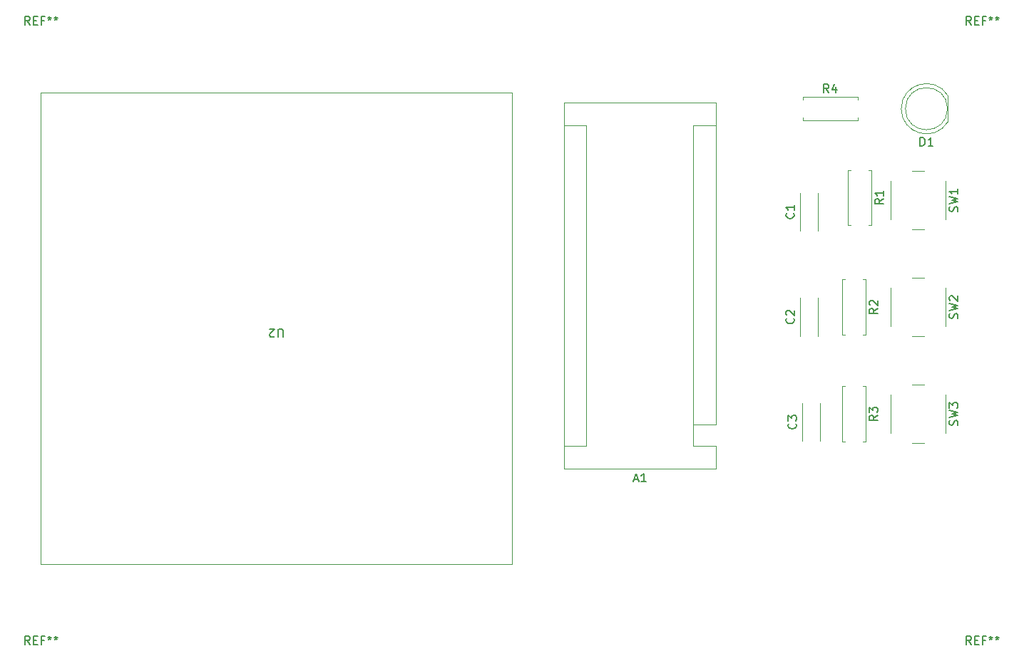
<source format=gto>
G04 #@! TF.GenerationSoftware,KiCad,Pcbnew,6.0.2+dfsg-1*
G04 #@! TF.CreationDate,2025-06-22T13:16:20+00:00*
G04 #@! TF.ProjectId,MyCircuits,4d794369-7263-4756-9974-732e6b696361,rev?*
G04 #@! TF.SameCoordinates,Original*
G04 #@! TF.FileFunction,Legend,Top*
G04 #@! TF.FilePolarity,Positive*
%FSLAX46Y46*%
G04 Gerber Fmt 4.6, Leading zero omitted, Abs format (unit mm)*
G04 Created by KiCad (PCBNEW 6.0.2+dfsg-1) date 2025-06-22 13:16:20*
%MOMM*%
%LPD*%
G01*
G04 APERTURE LIST*
%ADD10C,0.150000*%
%ADD11C,0.120000*%
%ADD12C,2.500000*%
%ADD13C,1.600000*%
%ADD14O,1.600000X1.600000*%
%ADD15C,2.000000*%
%ADD16R,1.524000X1.524000*%
%ADD17C,1.524000*%
%ADD18R,1.800000X1.800000*%
%ADD19C,1.800000*%
%ADD20R,1.600000X1.600000*%
G04 APERTURE END LIST*
D10*
X194246666Y-123952380D02*
X193913333Y-123476190D01*
X193675238Y-123952380D02*
X193675238Y-122952380D01*
X194056190Y-122952380D01*
X194151428Y-123000000D01*
X194199047Y-123047619D01*
X194246666Y-123142857D01*
X194246666Y-123285714D01*
X194199047Y-123380952D01*
X194151428Y-123428571D01*
X194056190Y-123476190D01*
X193675238Y-123476190D01*
X194675238Y-123428571D02*
X195008571Y-123428571D01*
X195151428Y-123952380D02*
X194675238Y-123952380D01*
X194675238Y-122952380D01*
X195151428Y-122952380D01*
X195913333Y-123428571D02*
X195580000Y-123428571D01*
X195580000Y-123952380D02*
X195580000Y-122952380D01*
X196056190Y-122952380D01*
X196580000Y-122952380D02*
X196580000Y-123190476D01*
X196341904Y-123095238D02*
X196580000Y-123190476D01*
X196818095Y-123095238D01*
X196437142Y-123380952D02*
X196580000Y-123190476D01*
X196722857Y-123380952D01*
X197341904Y-122952380D02*
X197341904Y-123190476D01*
X197103809Y-123095238D02*
X197341904Y-123190476D01*
X197580000Y-123095238D01*
X197199047Y-123380952D02*
X197341904Y-123190476D01*
X197484761Y-123380952D01*
X82486666Y-123952380D02*
X82153333Y-123476190D01*
X81915238Y-123952380D02*
X81915238Y-122952380D01*
X82296190Y-122952380D01*
X82391428Y-123000000D01*
X82439047Y-123047619D01*
X82486666Y-123142857D01*
X82486666Y-123285714D01*
X82439047Y-123380952D01*
X82391428Y-123428571D01*
X82296190Y-123476190D01*
X81915238Y-123476190D01*
X82915238Y-123428571D02*
X83248571Y-123428571D01*
X83391428Y-123952380D02*
X82915238Y-123952380D01*
X82915238Y-122952380D01*
X83391428Y-122952380D01*
X84153333Y-123428571D02*
X83820000Y-123428571D01*
X83820000Y-123952380D02*
X83820000Y-122952380D01*
X84296190Y-122952380D01*
X84820000Y-122952380D02*
X84820000Y-123190476D01*
X84581904Y-123095238D02*
X84820000Y-123190476D01*
X85058095Y-123095238D01*
X84677142Y-123380952D02*
X84820000Y-123190476D01*
X84962857Y-123380952D01*
X85581904Y-122952380D02*
X85581904Y-123190476D01*
X85343809Y-123095238D02*
X85581904Y-123190476D01*
X85820000Y-123095238D01*
X85439047Y-123380952D02*
X85581904Y-123190476D01*
X85724761Y-123380952D01*
X82486666Y-50292380D02*
X82153333Y-49816190D01*
X81915238Y-50292380D02*
X81915238Y-49292380D01*
X82296190Y-49292380D01*
X82391428Y-49340000D01*
X82439047Y-49387619D01*
X82486666Y-49482857D01*
X82486666Y-49625714D01*
X82439047Y-49720952D01*
X82391428Y-49768571D01*
X82296190Y-49816190D01*
X81915238Y-49816190D01*
X82915238Y-49768571D02*
X83248571Y-49768571D01*
X83391428Y-50292380D02*
X82915238Y-50292380D01*
X82915238Y-49292380D01*
X83391428Y-49292380D01*
X84153333Y-49768571D02*
X83820000Y-49768571D01*
X83820000Y-50292380D02*
X83820000Y-49292380D01*
X84296190Y-49292380D01*
X84820000Y-49292380D02*
X84820000Y-49530476D01*
X84581904Y-49435238D02*
X84820000Y-49530476D01*
X85058095Y-49435238D01*
X84677142Y-49720952D02*
X84820000Y-49530476D01*
X84962857Y-49720952D01*
X85581904Y-49292380D02*
X85581904Y-49530476D01*
X85343809Y-49435238D02*
X85581904Y-49530476D01*
X85820000Y-49435238D01*
X85439047Y-49720952D02*
X85581904Y-49530476D01*
X85724761Y-49720952D01*
X194246666Y-50292380D02*
X193913333Y-49816190D01*
X193675238Y-50292380D02*
X193675238Y-49292380D01*
X194056190Y-49292380D01*
X194151428Y-49340000D01*
X194199047Y-49387619D01*
X194246666Y-49482857D01*
X194246666Y-49625714D01*
X194199047Y-49720952D01*
X194151428Y-49768571D01*
X194056190Y-49816190D01*
X193675238Y-49816190D01*
X194675238Y-49768571D02*
X195008571Y-49768571D01*
X195151428Y-50292380D02*
X194675238Y-50292380D01*
X194675238Y-49292380D01*
X195151428Y-49292380D01*
X195913333Y-49768571D02*
X195580000Y-49768571D01*
X195580000Y-50292380D02*
X195580000Y-49292380D01*
X196056190Y-49292380D01*
X196580000Y-49292380D02*
X196580000Y-49530476D01*
X196341904Y-49435238D02*
X196580000Y-49530476D01*
X196818095Y-49435238D01*
X196437142Y-49720952D02*
X196580000Y-49530476D01*
X196722857Y-49720952D01*
X197341904Y-49292380D02*
X197341904Y-49530476D01*
X197103809Y-49435238D02*
X197341904Y-49530476D01*
X197580000Y-49435238D01*
X197199047Y-49720952D02*
X197341904Y-49530476D01*
X197484761Y-49720952D01*
X183822380Y-70976666D02*
X183346190Y-71310000D01*
X183822380Y-71548095D02*
X182822380Y-71548095D01*
X182822380Y-71167142D01*
X182870000Y-71071904D01*
X182917619Y-71024285D01*
X183012857Y-70976666D01*
X183155714Y-70976666D01*
X183250952Y-71024285D01*
X183298571Y-71071904D01*
X183346190Y-71167142D01*
X183346190Y-71548095D01*
X183822380Y-70024285D02*
X183822380Y-70595714D01*
X183822380Y-70310000D02*
X182822380Y-70310000D01*
X182965238Y-70405238D01*
X183060476Y-70500476D01*
X183108095Y-70595714D01*
X192614761Y-85153333D02*
X192662380Y-85010476D01*
X192662380Y-84772380D01*
X192614761Y-84677142D01*
X192567142Y-84629523D01*
X192471904Y-84581904D01*
X192376666Y-84581904D01*
X192281428Y-84629523D01*
X192233809Y-84677142D01*
X192186190Y-84772380D01*
X192138571Y-84962857D01*
X192090952Y-85058095D01*
X192043333Y-85105714D01*
X191948095Y-85153333D01*
X191852857Y-85153333D01*
X191757619Y-85105714D01*
X191710000Y-85058095D01*
X191662380Y-84962857D01*
X191662380Y-84724761D01*
X191710000Y-84581904D01*
X191662380Y-84248571D02*
X192662380Y-84010476D01*
X191948095Y-83820000D01*
X192662380Y-83629523D01*
X191662380Y-83391428D01*
X191757619Y-83058095D02*
X191710000Y-83010476D01*
X191662380Y-82915238D01*
X191662380Y-82677142D01*
X191710000Y-82581904D01*
X191757619Y-82534285D01*
X191852857Y-82486666D01*
X191948095Y-82486666D01*
X192090952Y-82534285D01*
X192662380Y-83105714D01*
X192662380Y-82486666D01*
X183162380Y-96686666D02*
X182686190Y-97020000D01*
X183162380Y-97258095D02*
X182162380Y-97258095D01*
X182162380Y-96877142D01*
X182210000Y-96781904D01*
X182257619Y-96734285D01*
X182352857Y-96686666D01*
X182495714Y-96686666D01*
X182590952Y-96734285D01*
X182638571Y-96781904D01*
X182686190Y-96877142D01*
X182686190Y-97258095D01*
X182162380Y-96353333D02*
X182162380Y-95734285D01*
X182543333Y-96067619D01*
X182543333Y-95924761D01*
X182590952Y-95829523D01*
X182638571Y-95781904D01*
X182733809Y-95734285D01*
X182971904Y-95734285D01*
X183067142Y-95781904D01*
X183114761Y-95829523D01*
X183162380Y-95924761D01*
X183162380Y-96210476D01*
X183114761Y-96305714D01*
X183067142Y-96353333D01*
X173417142Y-97666666D02*
X173464761Y-97714285D01*
X173512380Y-97857142D01*
X173512380Y-97952380D01*
X173464761Y-98095238D01*
X173369523Y-98190476D01*
X173274285Y-98238095D01*
X173083809Y-98285714D01*
X172940952Y-98285714D01*
X172750476Y-98238095D01*
X172655238Y-98190476D01*
X172560000Y-98095238D01*
X172512380Y-97952380D01*
X172512380Y-97857142D01*
X172560000Y-97714285D01*
X172607619Y-97666666D01*
X172512380Y-97333333D02*
X172512380Y-96714285D01*
X172893333Y-97047619D01*
X172893333Y-96904761D01*
X172940952Y-96809523D01*
X172988571Y-96761904D01*
X173083809Y-96714285D01*
X173321904Y-96714285D01*
X173417142Y-96761904D01*
X173464761Y-96809523D01*
X173512380Y-96904761D01*
X173512380Y-97190476D01*
X173464761Y-97285714D01*
X173417142Y-97333333D01*
X192614761Y-97853333D02*
X192662380Y-97710476D01*
X192662380Y-97472380D01*
X192614761Y-97377142D01*
X192567142Y-97329523D01*
X192471904Y-97281904D01*
X192376666Y-97281904D01*
X192281428Y-97329523D01*
X192233809Y-97377142D01*
X192186190Y-97472380D01*
X192138571Y-97662857D01*
X192090952Y-97758095D01*
X192043333Y-97805714D01*
X191948095Y-97853333D01*
X191852857Y-97853333D01*
X191757619Y-97805714D01*
X191710000Y-97758095D01*
X191662380Y-97662857D01*
X191662380Y-97424761D01*
X191710000Y-97281904D01*
X191662380Y-96948571D02*
X192662380Y-96710476D01*
X191948095Y-96520000D01*
X192662380Y-96329523D01*
X191662380Y-96091428D01*
X191662380Y-95805714D02*
X191662380Y-95186666D01*
X192043333Y-95520000D01*
X192043333Y-95377142D01*
X192090952Y-95281904D01*
X192138571Y-95234285D01*
X192233809Y-95186666D01*
X192471904Y-95186666D01*
X192567142Y-95234285D01*
X192614761Y-95281904D01*
X192662380Y-95377142D01*
X192662380Y-95662857D01*
X192614761Y-95758095D01*
X192567142Y-95805714D01*
X183162380Y-83986666D02*
X182686190Y-84320000D01*
X183162380Y-84558095D02*
X182162380Y-84558095D01*
X182162380Y-84177142D01*
X182210000Y-84081904D01*
X182257619Y-84034285D01*
X182352857Y-83986666D01*
X182495714Y-83986666D01*
X182590952Y-84034285D01*
X182638571Y-84081904D01*
X182686190Y-84177142D01*
X182686190Y-84558095D01*
X182257619Y-83605714D02*
X182210000Y-83558095D01*
X182162380Y-83462857D01*
X182162380Y-83224761D01*
X182210000Y-83129523D01*
X182257619Y-83081904D01*
X182352857Y-83034285D01*
X182448095Y-83034285D01*
X182590952Y-83081904D01*
X183162380Y-83653333D01*
X183162380Y-83034285D01*
X173157142Y-85166666D02*
X173204761Y-85214285D01*
X173252380Y-85357142D01*
X173252380Y-85452380D01*
X173204761Y-85595238D01*
X173109523Y-85690476D01*
X173014285Y-85738095D01*
X172823809Y-85785714D01*
X172680952Y-85785714D01*
X172490476Y-85738095D01*
X172395238Y-85690476D01*
X172300000Y-85595238D01*
X172252380Y-85452380D01*
X172252380Y-85357142D01*
X172300000Y-85214285D01*
X172347619Y-85166666D01*
X172347619Y-84785714D02*
X172300000Y-84738095D01*
X172252380Y-84642857D01*
X172252380Y-84404761D01*
X172300000Y-84309523D01*
X172347619Y-84261904D01*
X172442857Y-84214285D01*
X172538095Y-84214285D01*
X172680952Y-84261904D01*
X173252380Y-84833333D01*
X173252380Y-84214285D01*
X177343333Y-58332380D02*
X177010000Y-57856190D01*
X176771904Y-58332380D02*
X176771904Y-57332380D01*
X177152857Y-57332380D01*
X177248095Y-57380000D01*
X177295714Y-57427619D01*
X177343333Y-57522857D01*
X177343333Y-57665714D01*
X177295714Y-57760952D01*
X177248095Y-57808571D01*
X177152857Y-57856190D01*
X176771904Y-57856190D01*
X178200476Y-57665714D02*
X178200476Y-58332380D01*
X177962380Y-57284761D02*
X177724285Y-57999047D01*
X178343333Y-57999047D01*
X192614761Y-72453333D02*
X192662380Y-72310476D01*
X192662380Y-72072380D01*
X192614761Y-71977142D01*
X192567142Y-71929523D01*
X192471904Y-71881904D01*
X192376666Y-71881904D01*
X192281428Y-71929523D01*
X192233809Y-71977142D01*
X192186190Y-72072380D01*
X192138571Y-72262857D01*
X192090952Y-72358095D01*
X192043333Y-72405714D01*
X191948095Y-72453333D01*
X191852857Y-72453333D01*
X191757619Y-72405714D01*
X191710000Y-72358095D01*
X191662380Y-72262857D01*
X191662380Y-72024761D01*
X191710000Y-71881904D01*
X191662380Y-71548571D02*
X192662380Y-71310476D01*
X191948095Y-71120000D01*
X192662380Y-70929523D01*
X191662380Y-70691428D01*
X192662380Y-69786666D02*
X192662380Y-70358095D01*
X192662380Y-70072380D02*
X191662380Y-70072380D01*
X191805238Y-70167619D01*
X191900476Y-70262857D01*
X191948095Y-70358095D01*
X173157142Y-72666666D02*
X173204761Y-72714285D01*
X173252380Y-72857142D01*
X173252380Y-72952380D01*
X173204761Y-73095238D01*
X173109523Y-73190476D01*
X173014285Y-73238095D01*
X172823809Y-73285714D01*
X172680952Y-73285714D01*
X172490476Y-73238095D01*
X172395238Y-73190476D01*
X172300000Y-73095238D01*
X172252380Y-72952380D01*
X172252380Y-72857142D01*
X172300000Y-72714285D01*
X172347619Y-72666666D01*
X173252380Y-71714285D02*
X173252380Y-72285714D01*
X173252380Y-72000000D02*
X172252380Y-72000000D01*
X172395238Y-72095238D01*
X172490476Y-72190476D01*
X172538095Y-72285714D01*
X112521904Y-87407619D02*
X112521904Y-86598095D01*
X112474285Y-86502857D01*
X112426666Y-86455238D01*
X112331428Y-86407619D01*
X112140952Y-86407619D01*
X112045714Y-86455238D01*
X111998095Y-86502857D01*
X111950476Y-86598095D01*
X111950476Y-87407619D01*
X111521904Y-87312380D02*
X111474285Y-87360000D01*
X111379047Y-87407619D01*
X111140952Y-87407619D01*
X111045714Y-87360000D01*
X110998095Y-87312380D01*
X110950476Y-87217142D01*
X110950476Y-87121904D01*
X110998095Y-86979047D01*
X111569523Y-86407619D01*
X110950476Y-86407619D01*
X188201904Y-64662380D02*
X188201904Y-63662380D01*
X188440000Y-63662380D01*
X188582857Y-63710000D01*
X188678095Y-63805238D01*
X188725714Y-63900476D01*
X188773333Y-64090952D01*
X188773333Y-64233809D01*
X188725714Y-64424285D01*
X188678095Y-64519523D01*
X188582857Y-64614761D01*
X188440000Y-64662380D01*
X188201904Y-64662380D01*
X189725714Y-64662380D02*
X189154285Y-64662380D01*
X189440000Y-64662380D02*
X189440000Y-63662380D01*
X189344761Y-63805238D01*
X189249523Y-63900476D01*
X189154285Y-63948095D01*
X154215714Y-104306666D02*
X154691904Y-104306666D01*
X154120476Y-104592380D02*
X154453809Y-103592380D01*
X154787142Y-104592380D01*
X155644285Y-104592380D02*
X155072857Y-104592380D01*
X155358571Y-104592380D02*
X155358571Y-103592380D01*
X155263333Y-103735238D01*
X155168095Y-103830476D01*
X155072857Y-103878095D01*
D11*
X179630000Y-67540000D02*
X179630000Y-74080000D01*
X182370000Y-67540000D02*
X182370000Y-74080000D01*
X182370000Y-74080000D02*
X182040000Y-74080000D01*
X182040000Y-67540000D02*
X182370000Y-67540000D01*
X179960000Y-67540000D02*
X179630000Y-67540000D01*
X179630000Y-74080000D02*
X179960000Y-74080000D01*
X191210000Y-86070000D02*
X191210000Y-81570000D01*
X184710000Y-81570000D02*
X184710000Y-86070000D01*
X187210000Y-87320000D02*
X188710000Y-87320000D01*
X188710000Y-80320000D02*
X187210000Y-80320000D01*
X178970000Y-93250000D02*
X178970000Y-99790000D01*
X178970000Y-99790000D02*
X179300000Y-99790000D01*
X181710000Y-93250000D02*
X181710000Y-99790000D01*
X181380000Y-93250000D02*
X181710000Y-93250000D01*
X181710000Y-99790000D02*
X181380000Y-99790000D01*
X179300000Y-93250000D02*
X178970000Y-93250000D01*
X176315000Y-99770000D02*
X176330000Y-99770000D01*
X174190000Y-99770000D02*
X174205000Y-99770000D01*
X176315000Y-95230000D02*
X176330000Y-95230000D01*
X174190000Y-99770000D02*
X174190000Y-95230000D01*
X174190000Y-95230000D02*
X174205000Y-95230000D01*
X176330000Y-99770000D02*
X176330000Y-95230000D01*
X191210000Y-98770000D02*
X191210000Y-94270000D01*
X187210000Y-100020000D02*
X188710000Y-100020000D01*
X188710000Y-93020000D02*
X187210000Y-93020000D01*
X184710000Y-94270000D02*
X184710000Y-98770000D01*
X181380000Y-80550000D02*
X181710000Y-80550000D01*
X178970000Y-87090000D02*
X179300000Y-87090000D01*
X179300000Y-80550000D02*
X178970000Y-80550000D01*
X181710000Y-87090000D02*
X181380000Y-87090000D01*
X181710000Y-80550000D02*
X181710000Y-87090000D01*
X178970000Y-80550000D02*
X178970000Y-87090000D01*
X173930000Y-87270000D02*
X173945000Y-87270000D01*
X173930000Y-82730000D02*
X173945000Y-82730000D01*
X176055000Y-87270000D02*
X176070000Y-87270000D01*
X176070000Y-87270000D02*
X176070000Y-82730000D01*
X176055000Y-82730000D02*
X176070000Y-82730000D01*
X173930000Y-87270000D02*
X173930000Y-82730000D01*
X174240000Y-58880000D02*
X180780000Y-58880000D01*
X180780000Y-58880000D02*
X180780000Y-59210000D01*
X174240000Y-59210000D02*
X174240000Y-58880000D01*
X180780000Y-61620000D02*
X180780000Y-61290000D01*
X174240000Y-61290000D02*
X174240000Y-61620000D01*
X174240000Y-61620000D02*
X180780000Y-61620000D01*
X188710000Y-67620000D02*
X187210000Y-67620000D01*
X184710000Y-68870000D02*
X184710000Y-73370000D01*
X191210000Y-73370000D02*
X191210000Y-68870000D01*
X187210000Y-74620000D02*
X188710000Y-74620000D01*
X176055000Y-74770000D02*
X176070000Y-74770000D01*
X173930000Y-74770000D02*
X173930000Y-70230000D01*
X176070000Y-74770000D02*
X176070000Y-70230000D01*
X173930000Y-70230000D02*
X173945000Y-70230000D01*
X176055000Y-70230000D02*
X176070000Y-70230000D01*
X173930000Y-74770000D02*
X173945000Y-74770000D01*
X139760000Y-114360000D02*
X83760000Y-114360000D01*
X83760000Y-114360000D02*
X83760000Y-58360000D01*
X83760000Y-58360000D02*
X139760000Y-58360000D01*
X139760000Y-58360000D02*
X139760000Y-114360000D01*
X191500000Y-61795000D02*
X191500000Y-58705000D01*
X191500000Y-58705170D02*
G75*
G03*
X185950000Y-60250462I-2560000J-1544830D01*
G01*
X185950000Y-60249538D02*
G75*
G03*
X191500000Y-61794830I2990000J-462D01*
G01*
X191440000Y-60250000D02*
G75*
G03*
X191440000Y-60250000I-2500000J0D01*
G01*
X161280000Y-62230000D02*
X163950000Y-62230000D01*
X163950000Y-97790000D02*
X163950000Y-59560000D01*
X161280000Y-97790000D02*
X161280000Y-100330000D01*
X161280000Y-97790000D02*
X163950000Y-97790000D01*
X161280000Y-97790000D02*
X161280000Y-62230000D01*
X145910000Y-103000000D02*
X163950000Y-103000000D01*
X145910000Y-59560000D02*
X145910000Y-103000000D01*
X161280000Y-100330000D02*
X163950000Y-100330000D01*
X148580000Y-100330000D02*
X145910000Y-100330000D01*
X148580000Y-62230000D02*
X145910000Y-62230000D01*
X163950000Y-103000000D02*
X163950000Y-100330000D01*
X148580000Y-100330000D02*
X148580000Y-62230000D01*
X163950000Y-59560000D02*
X145910000Y-59560000D01*
%LPC*%
D12*
X195580000Y-127000000D03*
X83820000Y-127000000D03*
X83820000Y-53340000D03*
X195580000Y-53340000D03*
D13*
X181000000Y-67000000D03*
D14*
X181000000Y-74620000D03*
D15*
X190210000Y-80570000D03*
X190210000Y-87070000D03*
X185710000Y-87070000D03*
X185710000Y-80570000D03*
D13*
X180340000Y-92710000D03*
D14*
X180340000Y-100330000D03*
D13*
X175260000Y-100000000D03*
X175260000Y-95000000D03*
D15*
X190210000Y-93270000D03*
X190210000Y-99770000D03*
X185710000Y-99770000D03*
X185710000Y-93270000D03*
D13*
X180340000Y-80010000D03*
D14*
X180340000Y-87630000D03*
D13*
X175000000Y-87500000D03*
X175000000Y-82500000D03*
X173700000Y-60250000D03*
D14*
X181320000Y-60250000D03*
D15*
X190210000Y-74370000D03*
X190210000Y-67870000D03*
X185710000Y-67870000D03*
X185710000Y-74370000D03*
D13*
X175000000Y-75000000D03*
X175000000Y-70000000D03*
D16*
X107950000Y-111760000D03*
D17*
X110490000Y-111760000D03*
X113030000Y-111760000D03*
X115570000Y-111760000D03*
D18*
X190210000Y-60250000D03*
D19*
X187670000Y-60250000D03*
D20*
X162550000Y-99060000D03*
D14*
X162550000Y-96520000D03*
X162550000Y-93980000D03*
X162550000Y-91440000D03*
X162550000Y-88900000D03*
X162550000Y-86360000D03*
X162550000Y-83820000D03*
X162550000Y-81280000D03*
X162550000Y-78740000D03*
X162550000Y-76200000D03*
X162550000Y-73660000D03*
X162550000Y-71120000D03*
X162550000Y-68580000D03*
X162550000Y-66040000D03*
X162550000Y-63500000D03*
X147310000Y-63500000D03*
X147310000Y-66040000D03*
X147310000Y-68580000D03*
X147310000Y-71120000D03*
X147310000Y-73660000D03*
X147310000Y-76200000D03*
X147310000Y-78740000D03*
X147310000Y-81280000D03*
X147310000Y-83820000D03*
X147310000Y-86360000D03*
X147310000Y-88900000D03*
X147310000Y-91440000D03*
X147310000Y-93980000D03*
X147310000Y-96520000D03*
X147310000Y-99060000D03*
D16*
X149765000Y-118760000D03*
D17*
X149765000Y-116220000D03*
X149765000Y-113680000D03*
X149765000Y-111140000D03*
X149765000Y-108600000D03*
M02*

</source>
